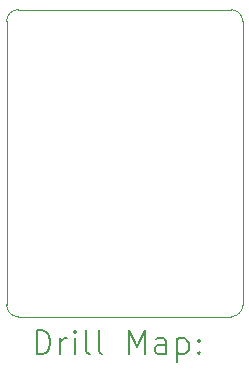
<source format=gbr>
%TF.GenerationSoftware,KiCad,Pcbnew,8.0.5*%
%TF.CreationDate,2025-02-14T04:05:46-05:00*%
%TF.ProjectId,UTSM Adaptor,5554534d-2041-4646-9170-746f722e6b69,rev?*%
%TF.SameCoordinates,Original*%
%TF.FileFunction,Drillmap*%
%TF.FilePolarity,Positive*%
%FSLAX45Y45*%
G04 Gerber Fmt 4.5, Leading zero omitted, Abs format (unit mm)*
G04 Created by KiCad (PCBNEW 8.0.5) date 2025-02-14 04:05:46*
%MOMM*%
%LPD*%
G01*
G04 APERTURE LIST*
%ADD10C,0.100000*%
%ADD11C,0.200000*%
G04 APERTURE END LIST*
D10*
X11060000Y-7948125D02*
X11060000Y-5548125D01*
X12960000Y-5448125D02*
G75*
G02*
X13059995Y-5548125I0J-99995D01*
G01*
X12960000Y-8048125D02*
X11160000Y-8048125D01*
X11160000Y-8048125D02*
G75*
G02*
X11060005Y-7948125I0J99995D01*
G01*
X11060000Y-5548125D02*
G75*
G02*
X11160000Y-5448120I100000J5D01*
G01*
X11160000Y-5448125D02*
X12960000Y-5448125D01*
X13060000Y-5548125D02*
X13060000Y-7948125D01*
X13060000Y-7948125D02*
G75*
G02*
X12960000Y-8048130I-100000J-5D01*
G01*
D11*
X11315777Y-8364609D02*
X11315777Y-8164609D01*
X11315777Y-8164609D02*
X11363396Y-8164609D01*
X11363396Y-8164609D02*
X11391967Y-8174133D01*
X11391967Y-8174133D02*
X11411015Y-8193180D01*
X11411015Y-8193180D02*
X11420539Y-8212228D01*
X11420539Y-8212228D02*
X11430062Y-8250323D01*
X11430062Y-8250323D02*
X11430062Y-8278894D01*
X11430062Y-8278894D02*
X11420539Y-8316990D01*
X11420539Y-8316990D02*
X11411015Y-8336037D01*
X11411015Y-8336037D02*
X11391967Y-8355085D01*
X11391967Y-8355085D02*
X11363396Y-8364609D01*
X11363396Y-8364609D02*
X11315777Y-8364609D01*
X11515777Y-8364609D02*
X11515777Y-8231275D01*
X11515777Y-8269371D02*
X11525301Y-8250323D01*
X11525301Y-8250323D02*
X11534824Y-8240799D01*
X11534824Y-8240799D02*
X11553872Y-8231275D01*
X11553872Y-8231275D02*
X11572920Y-8231275D01*
X11639586Y-8364609D02*
X11639586Y-8231275D01*
X11639586Y-8164609D02*
X11630062Y-8174133D01*
X11630062Y-8174133D02*
X11639586Y-8183656D01*
X11639586Y-8183656D02*
X11649110Y-8174133D01*
X11649110Y-8174133D02*
X11639586Y-8164609D01*
X11639586Y-8164609D02*
X11639586Y-8183656D01*
X11763396Y-8364609D02*
X11744348Y-8355085D01*
X11744348Y-8355085D02*
X11734824Y-8336037D01*
X11734824Y-8336037D02*
X11734824Y-8164609D01*
X11868158Y-8364609D02*
X11849110Y-8355085D01*
X11849110Y-8355085D02*
X11839586Y-8336037D01*
X11839586Y-8336037D02*
X11839586Y-8164609D01*
X12096729Y-8364609D02*
X12096729Y-8164609D01*
X12096729Y-8164609D02*
X12163396Y-8307466D01*
X12163396Y-8307466D02*
X12230062Y-8164609D01*
X12230062Y-8164609D02*
X12230062Y-8364609D01*
X12411015Y-8364609D02*
X12411015Y-8259847D01*
X12411015Y-8259847D02*
X12401491Y-8240799D01*
X12401491Y-8240799D02*
X12382443Y-8231275D01*
X12382443Y-8231275D02*
X12344348Y-8231275D01*
X12344348Y-8231275D02*
X12325301Y-8240799D01*
X12411015Y-8355085D02*
X12391967Y-8364609D01*
X12391967Y-8364609D02*
X12344348Y-8364609D01*
X12344348Y-8364609D02*
X12325301Y-8355085D01*
X12325301Y-8355085D02*
X12315777Y-8336037D01*
X12315777Y-8336037D02*
X12315777Y-8316990D01*
X12315777Y-8316990D02*
X12325301Y-8297942D01*
X12325301Y-8297942D02*
X12344348Y-8288418D01*
X12344348Y-8288418D02*
X12391967Y-8288418D01*
X12391967Y-8288418D02*
X12411015Y-8278894D01*
X12506253Y-8231275D02*
X12506253Y-8431275D01*
X12506253Y-8240799D02*
X12525301Y-8231275D01*
X12525301Y-8231275D02*
X12563396Y-8231275D01*
X12563396Y-8231275D02*
X12582443Y-8240799D01*
X12582443Y-8240799D02*
X12591967Y-8250323D01*
X12591967Y-8250323D02*
X12601491Y-8269371D01*
X12601491Y-8269371D02*
X12601491Y-8326513D01*
X12601491Y-8326513D02*
X12591967Y-8345561D01*
X12591967Y-8345561D02*
X12582443Y-8355085D01*
X12582443Y-8355085D02*
X12563396Y-8364609D01*
X12563396Y-8364609D02*
X12525301Y-8364609D01*
X12525301Y-8364609D02*
X12506253Y-8355085D01*
X12687205Y-8345561D02*
X12696729Y-8355085D01*
X12696729Y-8355085D02*
X12687205Y-8364609D01*
X12687205Y-8364609D02*
X12677682Y-8355085D01*
X12677682Y-8355085D02*
X12687205Y-8345561D01*
X12687205Y-8345561D02*
X12687205Y-8364609D01*
X12687205Y-8240799D02*
X12696729Y-8250323D01*
X12696729Y-8250323D02*
X12687205Y-8259847D01*
X12687205Y-8259847D02*
X12677682Y-8250323D01*
X12677682Y-8250323D02*
X12687205Y-8240799D01*
X12687205Y-8240799D02*
X12687205Y-8259847D01*
M02*

</source>
